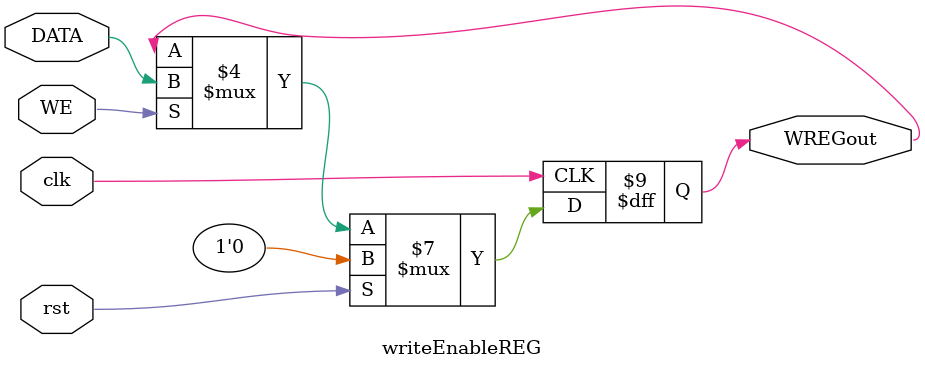
<source format=v>
module writeEnableREG #(parameter W=1) (DATA,clk,rst,WREGout,WE);
input rst,clk,WE;
input [W-1:0] DATA;
output reg [W-1:0] WREGout;


always @(posedge clk)//due to sync reset issue
begin
	if(rst==1)
		begin
			WREGout<=0;
		end
	else
		begin
		
			if(WE==1)
				begin
					WREGout<=DATA;
				end
			
		end

end

endmodule
</source>
